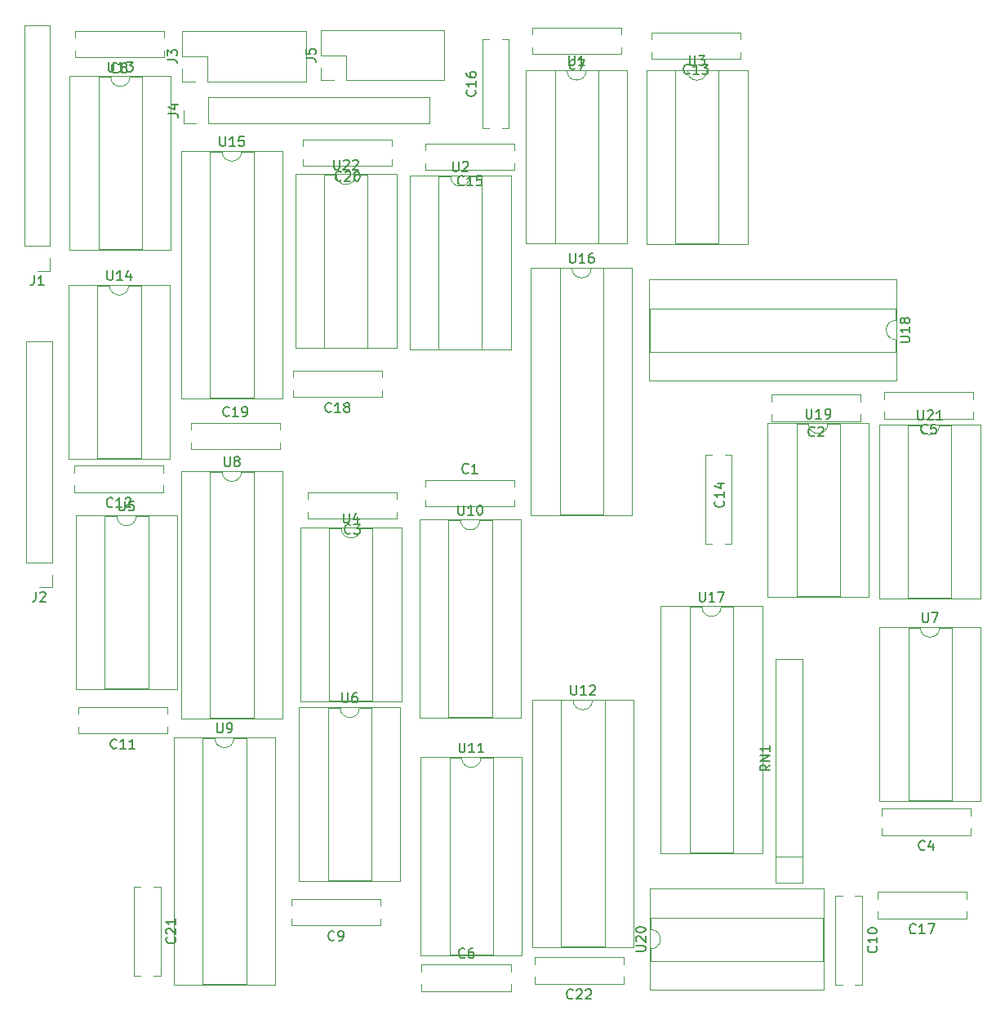
<source format=gbr>
%TF.GenerationSoftware,KiCad,Pcbnew,6.0.2+dfsg-1*%
%TF.CreationDate,2023-02-21T13:38:06-05:00*%
%TF.ProjectId,ALU,414c552e-6b69-4636-9164-5f7063625858,rev?*%
%TF.SameCoordinates,Original*%
%TF.FileFunction,Legend,Top*%
%TF.FilePolarity,Positive*%
%FSLAX46Y46*%
G04 Gerber Fmt 4.6, Leading zero omitted, Abs format (unit mm)*
G04 Created by KiCad (PCBNEW 6.0.2+dfsg-1) date 2023-02-21 13:38:06*
%MOMM*%
%LPD*%
G01*
G04 APERTURE LIST*
%ADD10C,0.150000*%
%ADD11C,0.120000*%
G04 APERTURE END LIST*
D10*
%TO.C,U15*%
X60421904Y-32162380D02*
X60421904Y-32971904D01*
X60469523Y-33067142D01*
X60517142Y-33114761D01*
X60612380Y-33162380D01*
X60802857Y-33162380D01*
X60898095Y-33114761D01*
X60945714Y-33067142D01*
X60993333Y-32971904D01*
X60993333Y-32162380D01*
X61993333Y-33162380D02*
X61421904Y-33162380D01*
X61707619Y-33162380D02*
X61707619Y-32162380D01*
X61612380Y-32305238D01*
X61517142Y-32400476D01*
X61421904Y-32448095D01*
X62898095Y-32162380D02*
X62421904Y-32162380D01*
X62374285Y-32638571D01*
X62421904Y-32590952D01*
X62517142Y-32543333D01*
X62755238Y-32543333D01*
X62850476Y-32590952D01*
X62898095Y-32638571D01*
X62945714Y-32733809D01*
X62945714Y-32971904D01*
X62898095Y-33067142D01*
X62850476Y-33114761D01*
X62755238Y-33162380D01*
X62517142Y-33162380D01*
X62421904Y-33114761D01*
X62374285Y-33067142D01*
%TO.C,U2*%
X84588095Y-34757380D02*
X84588095Y-35566904D01*
X84635714Y-35662142D01*
X84683333Y-35709761D01*
X84778571Y-35757380D01*
X84969047Y-35757380D01*
X85064285Y-35709761D01*
X85111904Y-35662142D01*
X85159523Y-35566904D01*
X85159523Y-34757380D01*
X85588095Y-34852619D02*
X85635714Y-34805000D01*
X85730952Y-34757380D01*
X85969047Y-34757380D01*
X86064285Y-34805000D01*
X86111904Y-34852619D01*
X86159523Y-34947857D01*
X86159523Y-35043095D01*
X86111904Y-35185952D01*
X85540476Y-35757380D01*
X86159523Y-35757380D01*
%TO.C,U17*%
X110161904Y-79362380D02*
X110161904Y-80171904D01*
X110209523Y-80267142D01*
X110257142Y-80314761D01*
X110352380Y-80362380D01*
X110542857Y-80362380D01*
X110638095Y-80314761D01*
X110685714Y-80267142D01*
X110733333Y-80171904D01*
X110733333Y-79362380D01*
X111733333Y-80362380D02*
X111161904Y-80362380D01*
X111447619Y-80362380D02*
X111447619Y-79362380D01*
X111352380Y-79505238D01*
X111257142Y-79600476D01*
X111161904Y-79648095D01*
X112066666Y-79362380D02*
X112733333Y-79362380D01*
X112304761Y-80362380D01*
%TO.C,U6*%
X73128095Y-89842380D02*
X73128095Y-90651904D01*
X73175714Y-90747142D01*
X73223333Y-90794761D01*
X73318571Y-90842380D01*
X73509047Y-90842380D01*
X73604285Y-90794761D01*
X73651904Y-90747142D01*
X73699523Y-90651904D01*
X73699523Y-89842380D01*
X74604285Y-89842380D02*
X74413809Y-89842380D01*
X74318571Y-89890000D01*
X74270952Y-89937619D01*
X74175714Y-90080476D01*
X74128095Y-90270952D01*
X74128095Y-90651904D01*
X74175714Y-90747142D01*
X74223333Y-90794761D01*
X74318571Y-90842380D01*
X74509047Y-90842380D01*
X74604285Y-90794761D01*
X74651904Y-90747142D01*
X74699523Y-90651904D01*
X74699523Y-90413809D01*
X74651904Y-90318571D01*
X74604285Y-90270952D01*
X74509047Y-90223333D01*
X74318571Y-90223333D01*
X74223333Y-90270952D01*
X74175714Y-90318571D01*
X74128095Y-90413809D01*
%TO.C,U7*%
X133298095Y-81527380D02*
X133298095Y-82336904D01*
X133345714Y-82432142D01*
X133393333Y-82479761D01*
X133488571Y-82527380D01*
X133679047Y-82527380D01*
X133774285Y-82479761D01*
X133821904Y-82432142D01*
X133869523Y-82336904D01*
X133869523Y-81527380D01*
X134250476Y-81527380D02*
X134917142Y-81527380D01*
X134488571Y-82527380D01*
%TO.C,C5*%
X133773333Y-62902142D02*
X133725714Y-62949761D01*
X133582857Y-62997380D01*
X133487619Y-62997380D01*
X133344761Y-62949761D01*
X133249523Y-62854523D01*
X133201904Y-62759285D01*
X133154285Y-62568809D01*
X133154285Y-62425952D01*
X133201904Y-62235476D01*
X133249523Y-62140238D01*
X133344761Y-62045000D01*
X133487619Y-61997380D01*
X133582857Y-61997380D01*
X133725714Y-62045000D01*
X133773333Y-62092619D01*
X134678095Y-61997380D02*
X134201904Y-61997380D01*
X134154285Y-62473571D01*
X134201904Y-62425952D01*
X134297142Y-62378333D01*
X134535238Y-62378333D01*
X134630476Y-62425952D01*
X134678095Y-62473571D01*
X134725714Y-62568809D01*
X134725714Y-62806904D01*
X134678095Y-62902142D01*
X134630476Y-62949761D01*
X134535238Y-62997380D01*
X134297142Y-62997380D01*
X134201904Y-62949761D01*
X134154285Y-62902142D01*
%TO.C,U21*%
X132801904Y-60532380D02*
X132801904Y-61341904D01*
X132849523Y-61437142D01*
X132897142Y-61484761D01*
X132992380Y-61532380D01*
X133182857Y-61532380D01*
X133278095Y-61484761D01*
X133325714Y-61437142D01*
X133373333Y-61341904D01*
X133373333Y-60532380D01*
X133801904Y-60627619D02*
X133849523Y-60580000D01*
X133944761Y-60532380D01*
X134182857Y-60532380D01*
X134278095Y-60580000D01*
X134325714Y-60627619D01*
X134373333Y-60722857D01*
X134373333Y-60818095D01*
X134325714Y-60960952D01*
X133754285Y-61532380D01*
X134373333Y-61532380D01*
X135325714Y-61532380D02*
X134754285Y-61532380D01*
X135040000Y-61532380D02*
X135040000Y-60532380D01*
X134944761Y-60675238D01*
X134849523Y-60770476D01*
X134754285Y-60818095D01*
%TO.C,C19*%
X61367142Y-61082142D02*
X61319523Y-61129761D01*
X61176666Y-61177380D01*
X61081428Y-61177380D01*
X60938571Y-61129761D01*
X60843333Y-61034523D01*
X60795714Y-60939285D01*
X60748095Y-60748809D01*
X60748095Y-60605952D01*
X60795714Y-60415476D01*
X60843333Y-60320238D01*
X60938571Y-60225000D01*
X61081428Y-60177380D01*
X61176666Y-60177380D01*
X61319523Y-60225000D01*
X61367142Y-60272619D01*
X62319523Y-61177380D02*
X61748095Y-61177380D01*
X62033809Y-61177380D02*
X62033809Y-60177380D01*
X61938571Y-60320238D01*
X61843333Y-60415476D01*
X61748095Y-60463095D01*
X62795714Y-61177380D02*
X62986190Y-61177380D01*
X63081428Y-61129761D01*
X63129047Y-61082142D01*
X63224285Y-60939285D01*
X63271904Y-60748809D01*
X63271904Y-60367857D01*
X63224285Y-60272619D01*
X63176666Y-60225000D01*
X63081428Y-60177380D01*
X62890952Y-60177380D01*
X62795714Y-60225000D01*
X62748095Y-60272619D01*
X62700476Y-60367857D01*
X62700476Y-60605952D01*
X62748095Y-60701190D01*
X62795714Y-60748809D01*
X62890952Y-60796428D01*
X63081428Y-60796428D01*
X63176666Y-60748809D01*
X63224285Y-60701190D01*
X63271904Y-60605952D01*
%TO.C,C18*%
X71957142Y-60667142D02*
X71909523Y-60714761D01*
X71766666Y-60762380D01*
X71671428Y-60762380D01*
X71528571Y-60714761D01*
X71433333Y-60619523D01*
X71385714Y-60524285D01*
X71338095Y-60333809D01*
X71338095Y-60190952D01*
X71385714Y-60000476D01*
X71433333Y-59905238D01*
X71528571Y-59810000D01*
X71671428Y-59762380D01*
X71766666Y-59762380D01*
X71909523Y-59810000D01*
X71957142Y-59857619D01*
X72909523Y-60762380D02*
X72338095Y-60762380D01*
X72623809Y-60762380D02*
X72623809Y-59762380D01*
X72528571Y-59905238D01*
X72433333Y-60000476D01*
X72338095Y-60048095D01*
X73480952Y-60190952D02*
X73385714Y-60143333D01*
X73338095Y-60095714D01*
X73290476Y-60000476D01*
X73290476Y-59952857D01*
X73338095Y-59857619D01*
X73385714Y-59810000D01*
X73480952Y-59762380D01*
X73671428Y-59762380D01*
X73766666Y-59810000D01*
X73814285Y-59857619D01*
X73861904Y-59952857D01*
X73861904Y-60000476D01*
X73814285Y-60095714D01*
X73766666Y-60143333D01*
X73671428Y-60190952D01*
X73480952Y-60190952D01*
X73385714Y-60238571D01*
X73338095Y-60286190D01*
X73290476Y-60381428D01*
X73290476Y-60571904D01*
X73338095Y-60667142D01*
X73385714Y-60714761D01*
X73480952Y-60762380D01*
X73671428Y-60762380D01*
X73766666Y-60714761D01*
X73814285Y-60667142D01*
X73861904Y-60571904D01*
X73861904Y-60381428D01*
X73814285Y-60286190D01*
X73766666Y-60238571D01*
X73671428Y-60190952D01*
%TO.C,C1*%
X86173333Y-66987142D02*
X86125714Y-67034761D01*
X85982857Y-67082380D01*
X85887619Y-67082380D01*
X85744761Y-67034761D01*
X85649523Y-66939523D01*
X85601904Y-66844285D01*
X85554285Y-66653809D01*
X85554285Y-66510952D01*
X85601904Y-66320476D01*
X85649523Y-66225238D01*
X85744761Y-66130000D01*
X85887619Y-66082380D01*
X85982857Y-66082380D01*
X86125714Y-66130000D01*
X86173333Y-66177619D01*
X87125714Y-67082380D02*
X86554285Y-67082380D01*
X86840000Y-67082380D02*
X86840000Y-66082380D01*
X86744761Y-66225238D01*
X86649523Y-66320476D01*
X86554285Y-66368095D01*
%TO.C,C20*%
X73007142Y-36672142D02*
X72959523Y-36719761D01*
X72816666Y-36767380D01*
X72721428Y-36767380D01*
X72578571Y-36719761D01*
X72483333Y-36624523D01*
X72435714Y-36529285D01*
X72388095Y-36338809D01*
X72388095Y-36195952D01*
X72435714Y-36005476D01*
X72483333Y-35910238D01*
X72578571Y-35815000D01*
X72721428Y-35767380D01*
X72816666Y-35767380D01*
X72959523Y-35815000D01*
X73007142Y-35862619D01*
X73388095Y-35862619D02*
X73435714Y-35815000D01*
X73530952Y-35767380D01*
X73769047Y-35767380D01*
X73864285Y-35815000D01*
X73911904Y-35862619D01*
X73959523Y-35957857D01*
X73959523Y-36053095D01*
X73911904Y-36195952D01*
X73340476Y-36767380D01*
X73959523Y-36767380D01*
X74578571Y-35767380D02*
X74673809Y-35767380D01*
X74769047Y-35815000D01*
X74816666Y-35862619D01*
X74864285Y-35957857D01*
X74911904Y-36148333D01*
X74911904Y-36386428D01*
X74864285Y-36576904D01*
X74816666Y-36672142D01*
X74769047Y-36719761D01*
X74673809Y-36767380D01*
X74578571Y-36767380D01*
X74483333Y-36719761D01*
X74435714Y-36672142D01*
X74388095Y-36576904D01*
X74340476Y-36386428D01*
X74340476Y-36148333D01*
X74388095Y-35957857D01*
X74435714Y-35862619D01*
X74483333Y-35815000D01*
X74578571Y-35767380D01*
%TO.C,C17*%
X132567142Y-114707142D02*
X132519523Y-114754761D01*
X132376666Y-114802380D01*
X132281428Y-114802380D01*
X132138571Y-114754761D01*
X132043333Y-114659523D01*
X131995714Y-114564285D01*
X131948095Y-114373809D01*
X131948095Y-114230952D01*
X131995714Y-114040476D01*
X132043333Y-113945238D01*
X132138571Y-113850000D01*
X132281428Y-113802380D01*
X132376666Y-113802380D01*
X132519523Y-113850000D01*
X132567142Y-113897619D01*
X133519523Y-114802380D02*
X132948095Y-114802380D01*
X133233809Y-114802380D02*
X133233809Y-113802380D01*
X133138571Y-113945238D01*
X133043333Y-114040476D01*
X132948095Y-114088095D01*
X133852857Y-113802380D02*
X134519523Y-113802380D01*
X134090952Y-114802380D01*
%TO.C,C15*%
X85697142Y-37137142D02*
X85649523Y-37184761D01*
X85506666Y-37232380D01*
X85411428Y-37232380D01*
X85268571Y-37184761D01*
X85173333Y-37089523D01*
X85125714Y-36994285D01*
X85078095Y-36803809D01*
X85078095Y-36660952D01*
X85125714Y-36470476D01*
X85173333Y-36375238D01*
X85268571Y-36280000D01*
X85411428Y-36232380D01*
X85506666Y-36232380D01*
X85649523Y-36280000D01*
X85697142Y-36327619D01*
X86649523Y-37232380D02*
X86078095Y-37232380D01*
X86363809Y-37232380D02*
X86363809Y-36232380D01*
X86268571Y-36375238D01*
X86173333Y-36470476D01*
X86078095Y-36518095D01*
X87554285Y-36232380D02*
X87078095Y-36232380D01*
X87030476Y-36708571D01*
X87078095Y-36660952D01*
X87173333Y-36613333D01*
X87411428Y-36613333D01*
X87506666Y-36660952D01*
X87554285Y-36708571D01*
X87601904Y-36803809D01*
X87601904Y-37041904D01*
X87554285Y-37137142D01*
X87506666Y-37184761D01*
X87411428Y-37232380D01*
X87173333Y-37232380D01*
X87078095Y-37184761D01*
X87030476Y-37137142D01*
%TO.C,U16*%
X96691904Y-44267380D02*
X96691904Y-45076904D01*
X96739523Y-45172142D01*
X96787142Y-45219761D01*
X96882380Y-45267380D01*
X97072857Y-45267380D01*
X97168095Y-45219761D01*
X97215714Y-45172142D01*
X97263333Y-45076904D01*
X97263333Y-44267380D01*
X98263333Y-45267380D02*
X97691904Y-45267380D01*
X97977619Y-45267380D02*
X97977619Y-44267380D01*
X97882380Y-44410238D01*
X97787142Y-44505476D01*
X97691904Y-44553095D01*
X99120476Y-44267380D02*
X98930000Y-44267380D01*
X98834761Y-44315000D01*
X98787142Y-44362619D01*
X98691904Y-44505476D01*
X98644285Y-44695952D01*
X98644285Y-45076904D01*
X98691904Y-45172142D01*
X98739523Y-45219761D01*
X98834761Y-45267380D01*
X99025238Y-45267380D01*
X99120476Y-45219761D01*
X99168095Y-45172142D01*
X99215714Y-45076904D01*
X99215714Y-44838809D01*
X99168095Y-44743571D01*
X99120476Y-44695952D01*
X99025238Y-44648333D01*
X98834761Y-44648333D01*
X98739523Y-44695952D01*
X98691904Y-44743571D01*
X98644285Y-44838809D01*
%TO.C,U12*%
X96821904Y-89047380D02*
X96821904Y-89856904D01*
X96869523Y-89952142D01*
X96917142Y-89999761D01*
X97012380Y-90047380D01*
X97202857Y-90047380D01*
X97298095Y-89999761D01*
X97345714Y-89952142D01*
X97393333Y-89856904D01*
X97393333Y-89047380D01*
X98393333Y-90047380D02*
X97821904Y-90047380D01*
X98107619Y-90047380D02*
X98107619Y-89047380D01*
X98012380Y-89190238D01*
X97917142Y-89285476D01*
X97821904Y-89333095D01*
X98774285Y-89142619D02*
X98821904Y-89095000D01*
X98917142Y-89047380D01*
X99155238Y-89047380D01*
X99250476Y-89095000D01*
X99298095Y-89142619D01*
X99345714Y-89237857D01*
X99345714Y-89333095D01*
X99298095Y-89475952D01*
X98726666Y-90047380D01*
X99345714Y-90047380D01*
%TO.C,U9*%
X60128095Y-92972380D02*
X60128095Y-93781904D01*
X60175714Y-93877142D01*
X60223333Y-93924761D01*
X60318571Y-93972380D01*
X60509047Y-93972380D01*
X60604285Y-93924761D01*
X60651904Y-93877142D01*
X60699523Y-93781904D01*
X60699523Y-92972380D01*
X61223333Y-93972380D02*
X61413809Y-93972380D01*
X61509047Y-93924761D01*
X61556666Y-93877142D01*
X61651904Y-93734285D01*
X61699523Y-93543809D01*
X61699523Y-93162857D01*
X61651904Y-93067619D01*
X61604285Y-93020000D01*
X61509047Y-92972380D01*
X61318571Y-92972380D01*
X61223333Y-93020000D01*
X61175714Y-93067619D01*
X61128095Y-93162857D01*
X61128095Y-93400952D01*
X61175714Y-93496190D01*
X61223333Y-93543809D01*
X61318571Y-93591428D01*
X61509047Y-93591428D01*
X61604285Y-93543809D01*
X61651904Y-93496190D01*
X61699523Y-93400952D01*
%TO.C,U8*%
X60898095Y-65362380D02*
X60898095Y-66171904D01*
X60945714Y-66267142D01*
X60993333Y-66314761D01*
X61088571Y-66362380D01*
X61279047Y-66362380D01*
X61374285Y-66314761D01*
X61421904Y-66267142D01*
X61469523Y-66171904D01*
X61469523Y-65362380D01*
X62088571Y-65790952D02*
X61993333Y-65743333D01*
X61945714Y-65695714D01*
X61898095Y-65600476D01*
X61898095Y-65552857D01*
X61945714Y-65457619D01*
X61993333Y-65410000D01*
X62088571Y-65362380D01*
X62279047Y-65362380D01*
X62374285Y-65410000D01*
X62421904Y-65457619D01*
X62469523Y-65552857D01*
X62469523Y-65600476D01*
X62421904Y-65695714D01*
X62374285Y-65743333D01*
X62279047Y-65790952D01*
X62088571Y-65790952D01*
X61993333Y-65838571D01*
X61945714Y-65886190D01*
X61898095Y-65981428D01*
X61898095Y-66171904D01*
X61945714Y-66267142D01*
X61993333Y-66314761D01*
X62088571Y-66362380D01*
X62279047Y-66362380D01*
X62374285Y-66314761D01*
X62421904Y-66267142D01*
X62469523Y-66171904D01*
X62469523Y-65981428D01*
X62421904Y-65886190D01*
X62374285Y-65838571D01*
X62279047Y-65790952D01*
%TO.C,C22*%
X97017142Y-121477142D02*
X96969523Y-121524761D01*
X96826666Y-121572380D01*
X96731428Y-121572380D01*
X96588571Y-121524761D01*
X96493333Y-121429523D01*
X96445714Y-121334285D01*
X96398095Y-121143809D01*
X96398095Y-121000952D01*
X96445714Y-120810476D01*
X96493333Y-120715238D01*
X96588571Y-120620000D01*
X96731428Y-120572380D01*
X96826666Y-120572380D01*
X96969523Y-120620000D01*
X97017142Y-120667619D01*
X97398095Y-120667619D02*
X97445714Y-120620000D01*
X97540952Y-120572380D01*
X97779047Y-120572380D01*
X97874285Y-120620000D01*
X97921904Y-120667619D01*
X97969523Y-120762857D01*
X97969523Y-120858095D01*
X97921904Y-121000952D01*
X97350476Y-121572380D01*
X97969523Y-121572380D01*
X98350476Y-120667619D02*
X98398095Y-120620000D01*
X98493333Y-120572380D01*
X98731428Y-120572380D01*
X98826666Y-120620000D01*
X98874285Y-120667619D01*
X98921904Y-120762857D01*
X98921904Y-120858095D01*
X98874285Y-121000952D01*
X98302857Y-121572380D01*
X98921904Y-121572380D01*
%TO.C,J4*%
X55092380Y-29773333D02*
X55806666Y-29773333D01*
X55949523Y-29820952D01*
X56044761Y-29916190D01*
X56092380Y-30059047D01*
X56092380Y-30154285D01*
X55425714Y-28868571D02*
X56092380Y-28868571D01*
X55044761Y-29106666D02*
X55759047Y-29344761D01*
X55759047Y-28725714D01*
%TO.C,U22*%
X72251904Y-34582380D02*
X72251904Y-35391904D01*
X72299523Y-35487142D01*
X72347142Y-35534761D01*
X72442380Y-35582380D01*
X72632857Y-35582380D01*
X72728095Y-35534761D01*
X72775714Y-35487142D01*
X72823333Y-35391904D01*
X72823333Y-34582380D01*
X73251904Y-34677619D02*
X73299523Y-34630000D01*
X73394761Y-34582380D01*
X73632857Y-34582380D01*
X73728095Y-34630000D01*
X73775714Y-34677619D01*
X73823333Y-34772857D01*
X73823333Y-34868095D01*
X73775714Y-35010952D01*
X73204285Y-35582380D01*
X73823333Y-35582380D01*
X74204285Y-34677619D02*
X74251904Y-34630000D01*
X74347142Y-34582380D01*
X74585238Y-34582380D01*
X74680476Y-34630000D01*
X74728095Y-34677619D01*
X74775714Y-34772857D01*
X74775714Y-34868095D01*
X74728095Y-35010952D01*
X74156666Y-35582380D01*
X74775714Y-35582380D01*
%TO.C,C10*%
X128477142Y-116122857D02*
X128524761Y-116170476D01*
X128572380Y-116313333D01*
X128572380Y-116408571D01*
X128524761Y-116551428D01*
X128429523Y-116646666D01*
X128334285Y-116694285D01*
X128143809Y-116741904D01*
X128000952Y-116741904D01*
X127810476Y-116694285D01*
X127715238Y-116646666D01*
X127620000Y-116551428D01*
X127572380Y-116408571D01*
X127572380Y-116313333D01*
X127620000Y-116170476D01*
X127667619Y-116122857D01*
X128572380Y-115170476D02*
X128572380Y-115741904D01*
X128572380Y-115456190D02*
X127572380Y-115456190D01*
X127715238Y-115551428D01*
X127810476Y-115646666D01*
X127858095Y-115741904D01*
X127572380Y-114551428D02*
X127572380Y-114456190D01*
X127620000Y-114360952D01*
X127667619Y-114313333D01*
X127762857Y-114265714D01*
X127953333Y-114218095D01*
X128191428Y-114218095D01*
X128381904Y-114265714D01*
X128477142Y-114313333D01*
X128524761Y-114360952D01*
X128572380Y-114456190D01*
X128572380Y-114551428D01*
X128524761Y-114646666D01*
X128477142Y-114694285D01*
X128381904Y-114741904D01*
X128191428Y-114789523D01*
X127953333Y-114789523D01*
X127762857Y-114741904D01*
X127667619Y-114694285D01*
X127620000Y-114646666D01*
X127572380Y-114551428D01*
%TO.C,C3*%
X73963333Y-73267142D02*
X73915714Y-73314761D01*
X73772857Y-73362380D01*
X73677619Y-73362380D01*
X73534761Y-73314761D01*
X73439523Y-73219523D01*
X73391904Y-73124285D01*
X73344285Y-72933809D01*
X73344285Y-72790952D01*
X73391904Y-72600476D01*
X73439523Y-72505238D01*
X73534761Y-72410000D01*
X73677619Y-72362380D01*
X73772857Y-72362380D01*
X73915714Y-72410000D01*
X73963333Y-72457619D01*
X74296666Y-72362380D02*
X74915714Y-72362380D01*
X74582380Y-72743333D01*
X74725238Y-72743333D01*
X74820476Y-72790952D01*
X74868095Y-72838571D01*
X74915714Y-72933809D01*
X74915714Y-73171904D01*
X74868095Y-73267142D01*
X74820476Y-73314761D01*
X74725238Y-73362380D01*
X74439523Y-73362380D01*
X74344285Y-73314761D01*
X74296666Y-73267142D01*
%TO.C,U10*%
X85141904Y-70392380D02*
X85141904Y-71201904D01*
X85189523Y-71297142D01*
X85237142Y-71344761D01*
X85332380Y-71392380D01*
X85522857Y-71392380D01*
X85618095Y-71344761D01*
X85665714Y-71297142D01*
X85713333Y-71201904D01*
X85713333Y-70392380D01*
X86713333Y-71392380D02*
X86141904Y-71392380D01*
X86427619Y-71392380D02*
X86427619Y-70392380D01*
X86332380Y-70535238D01*
X86237142Y-70630476D01*
X86141904Y-70678095D01*
X87332380Y-70392380D02*
X87427619Y-70392380D01*
X87522857Y-70440000D01*
X87570476Y-70487619D01*
X87618095Y-70582857D01*
X87665714Y-70773333D01*
X87665714Y-71011428D01*
X87618095Y-71201904D01*
X87570476Y-71297142D01*
X87522857Y-71344761D01*
X87427619Y-71392380D01*
X87332380Y-71392380D01*
X87237142Y-71344761D01*
X87189523Y-71297142D01*
X87141904Y-71201904D01*
X87094285Y-71011428D01*
X87094285Y-70773333D01*
X87141904Y-70582857D01*
X87189523Y-70487619D01*
X87237142Y-70440000D01*
X87332380Y-70392380D01*
%TO.C,C2*%
X122073333Y-63152142D02*
X122025714Y-63199761D01*
X121882857Y-63247380D01*
X121787619Y-63247380D01*
X121644761Y-63199761D01*
X121549523Y-63104523D01*
X121501904Y-63009285D01*
X121454285Y-62818809D01*
X121454285Y-62675952D01*
X121501904Y-62485476D01*
X121549523Y-62390238D01*
X121644761Y-62295000D01*
X121787619Y-62247380D01*
X121882857Y-62247380D01*
X122025714Y-62295000D01*
X122073333Y-62342619D01*
X122454285Y-62342619D02*
X122501904Y-62295000D01*
X122597142Y-62247380D01*
X122835238Y-62247380D01*
X122930476Y-62295000D01*
X122978095Y-62342619D01*
X123025714Y-62437857D01*
X123025714Y-62533095D01*
X122978095Y-62675952D01*
X122406666Y-63247380D01*
X123025714Y-63247380D01*
%TO.C,U11*%
X85241904Y-95012380D02*
X85241904Y-95821904D01*
X85289523Y-95917142D01*
X85337142Y-95964761D01*
X85432380Y-96012380D01*
X85622857Y-96012380D01*
X85718095Y-95964761D01*
X85765714Y-95917142D01*
X85813333Y-95821904D01*
X85813333Y-95012380D01*
X86813333Y-96012380D02*
X86241904Y-96012380D01*
X86527619Y-96012380D02*
X86527619Y-95012380D01*
X86432380Y-95155238D01*
X86337142Y-95250476D01*
X86241904Y-95298095D01*
X87765714Y-96012380D02*
X87194285Y-96012380D01*
X87480000Y-96012380D02*
X87480000Y-95012380D01*
X87384761Y-95155238D01*
X87289523Y-95250476D01*
X87194285Y-95298095D01*
%TO.C,C21*%
X55737142Y-115192857D02*
X55784761Y-115240476D01*
X55832380Y-115383333D01*
X55832380Y-115478571D01*
X55784761Y-115621428D01*
X55689523Y-115716666D01*
X55594285Y-115764285D01*
X55403809Y-115811904D01*
X55260952Y-115811904D01*
X55070476Y-115764285D01*
X54975238Y-115716666D01*
X54880000Y-115621428D01*
X54832380Y-115478571D01*
X54832380Y-115383333D01*
X54880000Y-115240476D01*
X54927619Y-115192857D01*
X54927619Y-114811904D02*
X54880000Y-114764285D01*
X54832380Y-114669047D01*
X54832380Y-114430952D01*
X54880000Y-114335714D01*
X54927619Y-114288095D01*
X55022857Y-114240476D01*
X55118095Y-114240476D01*
X55260952Y-114288095D01*
X55832380Y-114859523D01*
X55832380Y-114240476D01*
X55832380Y-113288095D02*
X55832380Y-113859523D01*
X55832380Y-113573809D02*
X54832380Y-113573809D01*
X54975238Y-113669047D01*
X55070476Y-113764285D01*
X55118095Y-113859523D01*
%TO.C,C16*%
X86867142Y-27352857D02*
X86914761Y-27400476D01*
X86962380Y-27543333D01*
X86962380Y-27638571D01*
X86914761Y-27781428D01*
X86819523Y-27876666D01*
X86724285Y-27924285D01*
X86533809Y-27971904D01*
X86390952Y-27971904D01*
X86200476Y-27924285D01*
X86105238Y-27876666D01*
X86010000Y-27781428D01*
X85962380Y-27638571D01*
X85962380Y-27543333D01*
X86010000Y-27400476D01*
X86057619Y-27352857D01*
X86962380Y-26400476D02*
X86962380Y-26971904D01*
X86962380Y-26686190D02*
X85962380Y-26686190D01*
X86105238Y-26781428D01*
X86200476Y-26876666D01*
X86248095Y-26971904D01*
X85962380Y-25543333D02*
X85962380Y-25733809D01*
X86010000Y-25829047D01*
X86057619Y-25876666D01*
X86200476Y-25971904D01*
X86390952Y-26019523D01*
X86771904Y-26019523D01*
X86867142Y-25971904D01*
X86914761Y-25924285D01*
X86962380Y-25829047D01*
X86962380Y-25638571D01*
X86914761Y-25543333D01*
X86867142Y-25495714D01*
X86771904Y-25448095D01*
X86533809Y-25448095D01*
X86438571Y-25495714D01*
X86390952Y-25543333D01*
X86343333Y-25638571D01*
X86343333Y-25829047D01*
X86390952Y-25924285D01*
X86438571Y-25971904D01*
X86533809Y-26019523D01*
%TO.C,U18*%
X130967380Y-53458095D02*
X131776904Y-53458095D01*
X131872142Y-53410476D01*
X131919761Y-53362857D01*
X131967380Y-53267619D01*
X131967380Y-53077142D01*
X131919761Y-52981904D01*
X131872142Y-52934285D01*
X131776904Y-52886666D01*
X130967380Y-52886666D01*
X131967380Y-51886666D02*
X131967380Y-52458095D01*
X131967380Y-52172380D02*
X130967380Y-52172380D01*
X131110238Y-52267619D01*
X131205476Y-52362857D01*
X131253095Y-52458095D01*
X131395952Y-51315238D02*
X131348333Y-51410476D01*
X131300714Y-51458095D01*
X131205476Y-51505714D01*
X131157857Y-51505714D01*
X131062619Y-51458095D01*
X131015000Y-51410476D01*
X130967380Y-51315238D01*
X130967380Y-51124761D01*
X131015000Y-51029523D01*
X131062619Y-50981904D01*
X131157857Y-50934285D01*
X131205476Y-50934285D01*
X131300714Y-50981904D01*
X131348333Y-51029523D01*
X131395952Y-51124761D01*
X131395952Y-51315238D01*
X131443571Y-51410476D01*
X131491190Y-51458095D01*
X131586428Y-51505714D01*
X131776904Y-51505714D01*
X131872142Y-51458095D01*
X131919761Y-51410476D01*
X131967380Y-51315238D01*
X131967380Y-51124761D01*
X131919761Y-51029523D01*
X131872142Y-50981904D01*
X131776904Y-50934285D01*
X131586428Y-50934285D01*
X131491190Y-50981904D01*
X131443571Y-51029523D01*
X131395952Y-51124761D01*
%TO.C,J5*%
X69342380Y-24053333D02*
X70056666Y-24053333D01*
X70199523Y-24100952D01*
X70294761Y-24196190D01*
X70342380Y-24339047D01*
X70342380Y-24434285D01*
X69342380Y-23100952D02*
X69342380Y-23577142D01*
X69818571Y-23624761D01*
X69770952Y-23577142D01*
X69723333Y-23481904D01*
X69723333Y-23243809D01*
X69770952Y-23148571D01*
X69818571Y-23100952D01*
X69913809Y-23053333D01*
X70151904Y-23053333D01*
X70247142Y-23100952D01*
X70294761Y-23148571D01*
X70342380Y-23243809D01*
X70342380Y-23481904D01*
X70294761Y-23577142D01*
X70247142Y-23624761D01*
%TO.C,U3*%
X109128095Y-23777380D02*
X109128095Y-24586904D01*
X109175714Y-24682142D01*
X109223333Y-24729761D01*
X109318571Y-24777380D01*
X109509047Y-24777380D01*
X109604285Y-24729761D01*
X109651904Y-24682142D01*
X109699523Y-24586904D01*
X109699523Y-23777380D01*
X110080476Y-23777380D02*
X110699523Y-23777380D01*
X110366190Y-24158333D01*
X110509047Y-24158333D01*
X110604285Y-24205952D01*
X110651904Y-24253571D01*
X110699523Y-24348809D01*
X110699523Y-24586904D01*
X110651904Y-24682142D01*
X110604285Y-24729761D01*
X110509047Y-24777380D01*
X110223333Y-24777380D01*
X110128095Y-24729761D01*
X110080476Y-24682142D01*
%TO.C,C12*%
X49287142Y-70512142D02*
X49239523Y-70559761D01*
X49096666Y-70607380D01*
X49001428Y-70607380D01*
X48858571Y-70559761D01*
X48763333Y-70464523D01*
X48715714Y-70369285D01*
X48668095Y-70178809D01*
X48668095Y-70035952D01*
X48715714Y-69845476D01*
X48763333Y-69750238D01*
X48858571Y-69655000D01*
X49001428Y-69607380D01*
X49096666Y-69607380D01*
X49239523Y-69655000D01*
X49287142Y-69702619D01*
X50239523Y-70607380D02*
X49668095Y-70607380D01*
X49953809Y-70607380D02*
X49953809Y-69607380D01*
X49858571Y-69750238D01*
X49763333Y-69845476D01*
X49668095Y-69893095D01*
X50620476Y-69702619D02*
X50668095Y-69655000D01*
X50763333Y-69607380D01*
X51001428Y-69607380D01*
X51096666Y-69655000D01*
X51144285Y-69702619D01*
X51191904Y-69797857D01*
X51191904Y-69893095D01*
X51144285Y-70035952D01*
X50572857Y-70607380D01*
X51191904Y-70607380D01*
%TO.C,J2*%
X41341666Y-79362380D02*
X41341666Y-80076666D01*
X41294047Y-80219523D01*
X41198809Y-80314761D01*
X41055952Y-80362380D01*
X40960714Y-80362380D01*
X41770238Y-79457619D02*
X41817857Y-79410000D01*
X41913095Y-79362380D01*
X42151190Y-79362380D01*
X42246428Y-79410000D01*
X42294047Y-79457619D01*
X42341666Y-79552857D01*
X42341666Y-79648095D01*
X42294047Y-79790952D01*
X41722619Y-80362380D01*
X42341666Y-80362380D01*
%TO.C,U1*%
X96643595Y-23761880D02*
X96643595Y-24571404D01*
X96691214Y-24666642D01*
X96738833Y-24714261D01*
X96834071Y-24761880D01*
X97024547Y-24761880D01*
X97119785Y-24714261D01*
X97167404Y-24666642D01*
X97215023Y-24571404D01*
X97215023Y-23761880D01*
X98215023Y-24761880D02*
X97643595Y-24761880D01*
X97929309Y-24761880D02*
X97929309Y-23761880D01*
X97834071Y-23904738D01*
X97738833Y-23999976D01*
X97643595Y-24047595D01*
%TO.C,U13*%
X48851904Y-24412380D02*
X48851904Y-25221904D01*
X48899523Y-25317142D01*
X48947142Y-25364761D01*
X49042380Y-25412380D01*
X49232857Y-25412380D01*
X49328095Y-25364761D01*
X49375714Y-25317142D01*
X49423333Y-25221904D01*
X49423333Y-24412380D01*
X50423333Y-25412380D02*
X49851904Y-25412380D01*
X50137619Y-25412380D02*
X50137619Y-24412380D01*
X50042380Y-24555238D01*
X49947142Y-24650476D01*
X49851904Y-24698095D01*
X50756666Y-24412380D02*
X51375714Y-24412380D01*
X51042380Y-24793333D01*
X51185238Y-24793333D01*
X51280476Y-24840952D01*
X51328095Y-24888571D01*
X51375714Y-24983809D01*
X51375714Y-25221904D01*
X51328095Y-25317142D01*
X51280476Y-25364761D01*
X51185238Y-25412380D01*
X50899523Y-25412380D01*
X50804285Y-25364761D01*
X50756666Y-25317142D01*
%TO.C,U20*%
X103547380Y-116628095D02*
X104356904Y-116628095D01*
X104452142Y-116580476D01*
X104499761Y-116532857D01*
X104547380Y-116437619D01*
X104547380Y-116247142D01*
X104499761Y-116151904D01*
X104452142Y-116104285D01*
X104356904Y-116056666D01*
X103547380Y-116056666D01*
X103642619Y-115628095D02*
X103595000Y-115580476D01*
X103547380Y-115485238D01*
X103547380Y-115247142D01*
X103595000Y-115151904D01*
X103642619Y-115104285D01*
X103737857Y-115056666D01*
X103833095Y-115056666D01*
X103975952Y-115104285D01*
X104547380Y-115675714D01*
X104547380Y-115056666D01*
X103547380Y-114437619D02*
X103547380Y-114342380D01*
X103595000Y-114247142D01*
X103642619Y-114199523D01*
X103737857Y-114151904D01*
X103928333Y-114104285D01*
X104166428Y-114104285D01*
X104356904Y-114151904D01*
X104452142Y-114199523D01*
X104499761Y-114247142D01*
X104547380Y-114342380D01*
X104547380Y-114437619D01*
X104499761Y-114532857D01*
X104452142Y-114580476D01*
X104356904Y-114628095D01*
X104166428Y-114675714D01*
X103928333Y-114675714D01*
X103737857Y-114628095D01*
X103642619Y-114580476D01*
X103595000Y-114532857D01*
X103547380Y-114437619D01*
%TO.C,C11*%
X49697142Y-95527142D02*
X49649523Y-95574761D01*
X49506666Y-95622380D01*
X49411428Y-95622380D01*
X49268571Y-95574761D01*
X49173333Y-95479523D01*
X49125714Y-95384285D01*
X49078095Y-95193809D01*
X49078095Y-95050952D01*
X49125714Y-94860476D01*
X49173333Y-94765238D01*
X49268571Y-94670000D01*
X49411428Y-94622380D01*
X49506666Y-94622380D01*
X49649523Y-94670000D01*
X49697142Y-94717619D01*
X50649523Y-95622380D02*
X50078095Y-95622380D01*
X50363809Y-95622380D02*
X50363809Y-94622380D01*
X50268571Y-94765238D01*
X50173333Y-94860476D01*
X50078095Y-94908095D01*
X51601904Y-95622380D02*
X51030476Y-95622380D01*
X51316190Y-95622380D02*
X51316190Y-94622380D01*
X51220952Y-94765238D01*
X51125714Y-94860476D01*
X51030476Y-94908095D01*
%TO.C,C9*%
X72283333Y-115442142D02*
X72235714Y-115489761D01*
X72092857Y-115537380D01*
X71997619Y-115537380D01*
X71854761Y-115489761D01*
X71759523Y-115394523D01*
X71711904Y-115299285D01*
X71664285Y-115108809D01*
X71664285Y-114965952D01*
X71711904Y-114775476D01*
X71759523Y-114680238D01*
X71854761Y-114585000D01*
X71997619Y-114537380D01*
X72092857Y-114537380D01*
X72235714Y-114585000D01*
X72283333Y-114632619D01*
X72759523Y-115537380D02*
X72950000Y-115537380D01*
X73045238Y-115489761D01*
X73092857Y-115442142D01*
X73188095Y-115299285D01*
X73235714Y-115108809D01*
X73235714Y-114727857D01*
X73188095Y-114632619D01*
X73140476Y-114585000D01*
X73045238Y-114537380D01*
X72854761Y-114537380D01*
X72759523Y-114585000D01*
X72711904Y-114632619D01*
X72664285Y-114727857D01*
X72664285Y-114965952D01*
X72711904Y-115061190D01*
X72759523Y-115108809D01*
X72854761Y-115156428D01*
X73045238Y-115156428D01*
X73140476Y-115108809D01*
X73188095Y-115061190D01*
X73235714Y-114965952D01*
%TO.C,C13*%
X109127142Y-25587142D02*
X109079523Y-25634761D01*
X108936666Y-25682380D01*
X108841428Y-25682380D01*
X108698571Y-25634761D01*
X108603333Y-25539523D01*
X108555714Y-25444285D01*
X108508095Y-25253809D01*
X108508095Y-25110952D01*
X108555714Y-24920476D01*
X108603333Y-24825238D01*
X108698571Y-24730000D01*
X108841428Y-24682380D01*
X108936666Y-24682380D01*
X109079523Y-24730000D01*
X109127142Y-24777619D01*
X110079523Y-25682380D02*
X109508095Y-25682380D01*
X109793809Y-25682380D02*
X109793809Y-24682380D01*
X109698571Y-24825238D01*
X109603333Y-24920476D01*
X109508095Y-24968095D01*
X110412857Y-24682380D02*
X111031904Y-24682380D01*
X110698571Y-25063333D01*
X110841428Y-25063333D01*
X110936666Y-25110952D01*
X110984285Y-25158571D01*
X111031904Y-25253809D01*
X111031904Y-25491904D01*
X110984285Y-25587142D01*
X110936666Y-25634761D01*
X110841428Y-25682380D01*
X110555714Y-25682380D01*
X110460476Y-25634761D01*
X110412857Y-25587142D01*
%TO.C,C8*%
X49823333Y-25452142D02*
X49775714Y-25499761D01*
X49632857Y-25547380D01*
X49537619Y-25547380D01*
X49394761Y-25499761D01*
X49299523Y-25404523D01*
X49251904Y-25309285D01*
X49204285Y-25118809D01*
X49204285Y-24975952D01*
X49251904Y-24785476D01*
X49299523Y-24690238D01*
X49394761Y-24595000D01*
X49537619Y-24547380D01*
X49632857Y-24547380D01*
X49775714Y-24595000D01*
X49823333Y-24642619D01*
X50394761Y-24975952D02*
X50299523Y-24928333D01*
X50251904Y-24880714D01*
X50204285Y-24785476D01*
X50204285Y-24737857D01*
X50251904Y-24642619D01*
X50299523Y-24595000D01*
X50394761Y-24547380D01*
X50585238Y-24547380D01*
X50680476Y-24595000D01*
X50728095Y-24642619D01*
X50775714Y-24737857D01*
X50775714Y-24785476D01*
X50728095Y-24880714D01*
X50680476Y-24928333D01*
X50585238Y-24975952D01*
X50394761Y-24975952D01*
X50299523Y-25023571D01*
X50251904Y-25071190D01*
X50204285Y-25166428D01*
X50204285Y-25356904D01*
X50251904Y-25452142D01*
X50299523Y-25499761D01*
X50394761Y-25547380D01*
X50585238Y-25547380D01*
X50680476Y-25499761D01*
X50728095Y-25452142D01*
X50775714Y-25356904D01*
X50775714Y-25166428D01*
X50728095Y-25071190D01*
X50680476Y-25023571D01*
X50585238Y-24975952D01*
%TO.C,C14*%
X112627142Y-69952857D02*
X112674761Y-70000476D01*
X112722380Y-70143333D01*
X112722380Y-70238571D01*
X112674761Y-70381428D01*
X112579523Y-70476666D01*
X112484285Y-70524285D01*
X112293809Y-70571904D01*
X112150952Y-70571904D01*
X111960476Y-70524285D01*
X111865238Y-70476666D01*
X111770000Y-70381428D01*
X111722380Y-70238571D01*
X111722380Y-70143333D01*
X111770000Y-70000476D01*
X111817619Y-69952857D01*
X112722380Y-69000476D02*
X112722380Y-69571904D01*
X112722380Y-69286190D02*
X111722380Y-69286190D01*
X111865238Y-69381428D01*
X111960476Y-69476666D01*
X112008095Y-69571904D01*
X112055714Y-68143333D02*
X112722380Y-68143333D01*
X111674761Y-68381428D02*
X112389047Y-68619523D01*
X112389047Y-68000476D01*
%TO.C,U5*%
X49968095Y-69957380D02*
X49968095Y-70766904D01*
X50015714Y-70862142D01*
X50063333Y-70909761D01*
X50158571Y-70957380D01*
X50349047Y-70957380D01*
X50444285Y-70909761D01*
X50491904Y-70862142D01*
X50539523Y-70766904D01*
X50539523Y-69957380D01*
X51491904Y-69957380D02*
X51015714Y-69957380D01*
X50968095Y-70433571D01*
X51015714Y-70385952D01*
X51110952Y-70338333D01*
X51349047Y-70338333D01*
X51444285Y-70385952D01*
X51491904Y-70433571D01*
X51539523Y-70528809D01*
X51539523Y-70766904D01*
X51491904Y-70862142D01*
X51444285Y-70909761D01*
X51349047Y-70957380D01*
X51110952Y-70957380D01*
X51015714Y-70909761D01*
X50968095Y-70862142D01*
%TO.C,J1*%
X41151666Y-46562380D02*
X41151666Y-47276666D01*
X41104047Y-47419523D01*
X41008809Y-47514761D01*
X40865952Y-47562380D01*
X40770714Y-47562380D01*
X42151666Y-47562380D02*
X41580238Y-47562380D01*
X41865952Y-47562380D02*
X41865952Y-46562380D01*
X41770714Y-46705238D01*
X41675476Y-46800476D01*
X41580238Y-46848095D01*
%TO.C,C4*%
X133513333Y-106067142D02*
X133465714Y-106114761D01*
X133322857Y-106162380D01*
X133227619Y-106162380D01*
X133084761Y-106114761D01*
X132989523Y-106019523D01*
X132941904Y-105924285D01*
X132894285Y-105733809D01*
X132894285Y-105590952D01*
X132941904Y-105400476D01*
X132989523Y-105305238D01*
X133084761Y-105210000D01*
X133227619Y-105162380D01*
X133322857Y-105162380D01*
X133465714Y-105210000D01*
X133513333Y-105257619D01*
X134370476Y-105495714D02*
X134370476Y-106162380D01*
X134132380Y-105114761D02*
X133894285Y-105829047D01*
X134513333Y-105829047D01*
%TO.C,U14*%
X48731904Y-46047380D02*
X48731904Y-46856904D01*
X48779523Y-46952142D01*
X48827142Y-46999761D01*
X48922380Y-47047380D01*
X49112857Y-47047380D01*
X49208095Y-46999761D01*
X49255714Y-46952142D01*
X49303333Y-46856904D01*
X49303333Y-46047380D01*
X50303333Y-47047380D02*
X49731904Y-47047380D01*
X50017619Y-47047380D02*
X50017619Y-46047380D01*
X49922380Y-46190238D01*
X49827142Y-46285476D01*
X49731904Y-46333095D01*
X51160476Y-46380714D02*
X51160476Y-47047380D01*
X50922380Y-45999761D02*
X50684285Y-46714047D01*
X51303333Y-46714047D01*
%TO.C,C7*%
X97248833Y-25101642D02*
X97201214Y-25149261D01*
X97058357Y-25196880D01*
X96963119Y-25196880D01*
X96820261Y-25149261D01*
X96725023Y-25054023D01*
X96677404Y-24958785D01*
X96629785Y-24768309D01*
X96629785Y-24625452D01*
X96677404Y-24434976D01*
X96725023Y-24339738D01*
X96820261Y-24244500D01*
X96963119Y-24196880D01*
X97058357Y-24196880D01*
X97201214Y-24244500D01*
X97248833Y-24292119D01*
X97582166Y-24196880D02*
X98248833Y-24196880D01*
X97820261Y-25196880D01*
%TO.C,C6*%
X85793333Y-117237142D02*
X85745714Y-117284761D01*
X85602857Y-117332380D01*
X85507619Y-117332380D01*
X85364761Y-117284761D01*
X85269523Y-117189523D01*
X85221904Y-117094285D01*
X85174285Y-116903809D01*
X85174285Y-116760952D01*
X85221904Y-116570476D01*
X85269523Y-116475238D01*
X85364761Y-116380000D01*
X85507619Y-116332380D01*
X85602857Y-116332380D01*
X85745714Y-116380000D01*
X85793333Y-116427619D01*
X86650476Y-116332380D02*
X86460000Y-116332380D01*
X86364761Y-116380000D01*
X86317142Y-116427619D01*
X86221904Y-116570476D01*
X86174285Y-116760952D01*
X86174285Y-117141904D01*
X86221904Y-117237142D01*
X86269523Y-117284761D01*
X86364761Y-117332380D01*
X86555238Y-117332380D01*
X86650476Y-117284761D01*
X86698095Y-117237142D01*
X86745714Y-117141904D01*
X86745714Y-116903809D01*
X86698095Y-116808571D01*
X86650476Y-116760952D01*
X86555238Y-116713333D01*
X86364761Y-116713333D01*
X86269523Y-116760952D01*
X86221904Y-116808571D01*
X86174285Y-116903809D01*
%TO.C,U4*%
X73248095Y-71227380D02*
X73248095Y-72036904D01*
X73295714Y-72132142D01*
X73343333Y-72179761D01*
X73438571Y-72227380D01*
X73629047Y-72227380D01*
X73724285Y-72179761D01*
X73771904Y-72132142D01*
X73819523Y-72036904D01*
X73819523Y-71227380D01*
X74724285Y-71560714D02*
X74724285Y-72227380D01*
X74486190Y-71179761D02*
X74248095Y-71894047D01*
X74867142Y-71894047D01*
%TO.C,RN1*%
X117472380Y-97315476D02*
X116996190Y-97648809D01*
X117472380Y-97886904D02*
X116472380Y-97886904D01*
X116472380Y-97505952D01*
X116520000Y-97410714D01*
X116567619Y-97363095D01*
X116662857Y-97315476D01*
X116805714Y-97315476D01*
X116900952Y-97363095D01*
X116948571Y-97410714D01*
X116996190Y-97505952D01*
X116996190Y-97886904D01*
X117472380Y-96886904D02*
X116472380Y-96886904D01*
X117472380Y-96315476D01*
X116472380Y-96315476D01*
X117472380Y-95315476D02*
X117472380Y-95886904D01*
X117472380Y-95601190D02*
X116472380Y-95601190D01*
X116615238Y-95696428D01*
X116710476Y-95791666D01*
X116758095Y-95886904D01*
%TO.C,J3*%
X54972380Y-24183333D02*
X55686666Y-24183333D01*
X55829523Y-24230952D01*
X55924761Y-24326190D01*
X55972380Y-24469047D01*
X55972380Y-24564285D01*
X54972380Y-23802380D02*
X54972380Y-23183333D01*
X55353333Y-23516666D01*
X55353333Y-23373809D01*
X55400952Y-23278571D01*
X55448571Y-23230952D01*
X55543809Y-23183333D01*
X55781904Y-23183333D01*
X55877142Y-23230952D01*
X55924761Y-23278571D01*
X55972380Y-23373809D01*
X55972380Y-23659523D01*
X55924761Y-23754761D01*
X55877142Y-23802380D01*
%TO.C,U19*%
X121221904Y-60402380D02*
X121221904Y-61211904D01*
X121269523Y-61307142D01*
X121317142Y-61354761D01*
X121412380Y-61402380D01*
X121602857Y-61402380D01*
X121698095Y-61354761D01*
X121745714Y-61307142D01*
X121793333Y-61211904D01*
X121793333Y-60402380D01*
X122793333Y-61402380D02*
X122221904Y-61402380D01*
X122507619Y-61402380D02*
X122507619Y-60402380D01*
X122412380Y-60545238D01*
X122317142Y-60640476D01*
X122221904Y-60688095D01*
X123269523Y-61402380D02*
X123460000Y-61402380D01*
X123555238Y-61354761D01*
X123602857Y-61307142D01*
X123698095Y-61164285D01*
X123745714Y-60973809D01*
X123745714Y-60592857D01*
X123698095Y-60497619D01*
X123650476Y-60450000D01*
X123555238Y-60402380D01*
X123364761Y-60402380D01*
X123269523Y-60450000D01*
X123221904Y-60497619D01*
X123174285Y-60592857D01*
X123174285Y-60830952D01*
X123221904Y-60926190D01*
X123269523Y-60973809D01*
X123364761Y-61021428D01*
X123555238Y-61021428D01*
X123650476Y-60973809D01*
X123698095Y-60926190D01*
X123745714Y-60830952D01*
D11*
%TO.C,U15*%
X60660000Y-33710000D02*
X59410000Y-33710000D01*
X56410000Y-33650000D02*
X56410000Y-59290000D01*
X66910000Y-33650000D02*
X56410000Y-33650000D01*
X56410000Y-59290000D02*
X66910000Y-59290000D01*
X63910000Y-33710000D02*
X62660000Y-33710000D01*
X59410000Y-33710000D02*
X59410000Y-59230000D01*
X59410000Y-59230000D02*
X63910000Y-59230000D01*
X63910000Y-59230000D02*
X63910000Y-33710000D01*
X66910000Y-59290000D02*
X66910000Y-33650000D01*
X60660000Y-33710000D02*
G75*
G03*
X62660000Y-33710000I1000000J0D01*
G01*
%TO.C,U2*%
X84350000Y-36305000D02*
X83100000Y-36305000D01*
X87600000Y-54205000D02*
X87600000Y-36305000D01*
X90600000Y-54265000D02*
X90600000Y-36245000D01*
X90600000Y-36245000D02*
X80100000Y-36245000D01*
X83100000Y-54205000D02*
X87600000Y-54205000D01*
X80100000Y-36245000D02*
X80100000Y-54265000D01*
X83100000Y-36305000D02*
X83100000Y-54205000D01*
X87600000Y-36305000D02*
X86350000Y-36305000D01*
X80100000Y-54265000D02*
X90600000Y-54265000D01*
X84350000Y-36305000D02*
G75*
G03*
X86350000Y-36305000I1000000J0D01*
G01*
%TO.C,U17*%
X110400000Y-80910000D02*
X109150000Y-80910000D01*
X109150000Y-80910000D02*
X109150000Y-106430000D01*
X113650000Y-106430000D02*
X113650000Y-80910000D01*
X106150000Y-80850000D02*
X106150000Y-106490000D01*
X113650000Y-80910000D02*
X112400000Y-80910000D01*
X109150000Y-106430000D02*
X113650000Y-106430000D01*
X116650000Y-80850000D02*
X106150000Y-80850000D01*
X106150000Y-106490000D02*
X116650000Y-106490000D01*
X116650000Y-106490000D02*
X116650000Y-80850000D01*
X110400000Y-80910000D02*
G75*
G03*
X112400000Y-80910000I1000000J0D01*
G01*
%TO.C,U6*%
X79140000Y-91330000D02*
X68640000Y-91330000D01*
X76140000Y-109290000D02*
X76140000Y-91390000D01*
X68640000Y-109350000D02*
X79140000Y-109350000D01*
X72890000Y-91390000D02*
X71640000Y-91390000D01*
X71640000Y-109290000D02*
X76140000Y-109290000D01*
X76140000Y-91390000D02*
X74890000Y-91390000D01*
X68640000Y-91330000D02*
X68640000Y-109350000D01*
X71640000Y-91390000D02*
X71640000Y-109290000D01*
X79140000Y-109350000D02*
X79140000Y-91330000D01*
X72890000Y-91390000D02*
G75*
G03*
X74890000Y-91390000I1000000J0D01*
G01*
%TO.C,U7*%
X133060000Y-83075000D02*
G75*
G03*
X135060000Y-83075000I1000000J0D01*
G01*
X133060000Y-83075000D02*
X131810000Y-83075000D01*
X136310000Y-100975000D02*
X136310000Y-83075000D01*
X131810000Y-100975000D02*
X136310000Y-100975000D01*
X128810000Y-101035000D02*
X139310000Y-101035000D01*
X139310000Y-83015000D02*
X128810000Y-83015000D01*
X128810000Y-83015000D02*
X128810000Y-101035000D01*
X136310000Y-83075000D02*
X135060000Y-83075000D01*
X131810000Y-83075000D02*
X131810000Y-100975000D01*
X139310000Y-101035000D02*
X139310000Y-83015000D01*
%TO.C,C5*%
X138560000Y-61415000D02*
X129320000Y-61415000D01*
X138560000Y-61415000D02*
X138560000Y-60710000D01*
X138560000Y-59380000D02*
X138560000Y-58675000D01*
X129320000Y-59380000D02*
X129320000Y-58675000D01*
X129320000Y-61415000D02*
X129320000Y-60710000D01*
X138560000Y-58675000D02*
X129320000Y-58675000D01*
%TO.C,U21*%
X133040000Y-62080000D02*
G75*
G03*
X135040000Y-62080000I1000000J0D01*
G01*
X139290000Y-80040000D02*
X139290000Y-62020000D01*
X136290000Y-62080000D02*
X135040000Y-62080000D01*
X133040000Y-62080000D02*
X131790000Y-62080000D01*
X131790000Y-62080000D02*
X131790000Y-79980000D01*
X136290000Y-79980000D02*
X136290000Y-62080000D01*
X128790000Y-80040000D02*
X139290000Y-80040000D01*
X128790000Y-62020000D02*
X128790000Y-80040000D01*
X139290000Y-62020000D02*
X128790000Y-62020000D01*
X131790000Y-79980000D02*
X136290000Y-79980000D01*
%TO.C,C19*%
X57390000Y-64595000D02*
X66630000Y-64595000D01*
X66630000Y-61855000D02*
X66630000Y-62560000D01*
X57390000Y-63890000D02*
X57390000Y-64595000D01*
X57390000Y-61855000D02*
X66630000Y-61855000D01*
X57390000Y-61855000D02*
X57390000Y-62560000D01*
X66630000Y-63890000D02*
X66630000Y-64595000D01*
%TO.C,C18*%
X67980000Y-57145000D02*
X67980000Y-56440000D01*
X77220000Y-57145000D02*
X77220000Y-56440000D01*
X77220000Y-59180000D02*
X77220000Y-58475000D01*
X77220000Y-56440000D02*
X67980000Y-56440000D01*
X77220000Y-59180000D02*
X67980000Y-59180000D01*
X67980000Y-59180000D02*
X67980000Y-58475000D01*
%TO.C,C1*%
X81720000Y-67760000D02*
X90960000Y-67760000D01*
X81720000Y-70500000D02*
X90960000Y-70500000D01*
X90960000Y-69795000D02*
X90960000Y-70500000D01*
X81720000Y-69795000D02*
X81720000Y-70500000D01*
X90960000Y-67760000D02*
X90960000Y-68465000D01*
X81720000Y-67760000D02*
X81720000Y-68465000D01*
%TO.C,C20*%
X69030000Y-35185000D02*
X69030000Y-34480000D01*
X78270000Y-32445000D02*
X69030000Y-32445000D01*
X78270000Y-35185000D02*
X69030000Y-35185000D01*
X78270000Y-35185000D02*
X78270000Y-34480000D01*
X69030000Y-33150000D02*
X69030000Y-32445000D01*
X78270000Y-33150000D02*
X78270000Y-32445000D01*
%TO.C,C17*%
X137830000Y-110480000D02*
X128590000Y-110480000D01*
X137830000Y-113220000D02*
X137830000Y-112515000D01*
X137830000Y-111185000D02*
X137830000Y-110480000D01*
X128590000Y-113220000D02*
X128590000Y-112515000D01*
X128590000Y-111185000D02*
X128590000Y-110480000D01*
X137830000Y-113220000D02*
X128590000Y-113220000D01*
%TO.C,C15*%
X90960000Y-32910000D02*
X81720000Y-32910000D01*
X81720000Y-35650000D02*
X81720000Y-34945000D01*
X81720000Y-33615000D02*
X81720000Y-32910000D01*
X90960000Y-35650000D02*
X81720000Y-35650000D01*
X90960000Y-35650000D02*
X90960000Y-34945000D01*
X90960000Y-33615000D02*
X90960000Y-32910000D01*
%TO.C,U16*%
X95680000Y-45815000D02*
X95680000Y-71335000D01*
X96930000Y-45815000D02*
X95680000Y-45815000D01*
X92680000Y-71395000D02*
X103180000Y-71395000D01*
X103180000Y-71395000D02*
X103180000Y-45755000D01*
X92680000Y-45755000D02*
X92680000Y-71395000D01*
X100180000Y-45815000D02*
X98930000Y-45815000D01*
X95680000Y-71335000D02*
X100180000Y-71335000D01*
X100180000Y-71335000D02*
X100180000Y-45815000D01*
X103180000Y-45755000D02*
X92680000Y-45755000D01*
X96930000Y-45815000D02*
G75*
G03*
X98930000Y-45815000I1000000J0D01*
G01*
%TO.C,U12*%
X92810000Y-116175000D02*
X103310000Y-116175000D01*
X103310000Y-90535000D02*
X92810000Y-90535000D01*
X92810000Y-90535000D02*
X92810000Y-116175000D01*
X97060000Y-90595000D02*
X95810000Y-90595000D01*
X95810000Y-116115000D02*
X100310000Y-116115000D01*
X95810000Y-90595000D02*
X95810000Y-116115000D01*
X103310000Y-116175000D02*
X103310000Y-90535000D01*
X100310000Y-116115000D02*
X100310000Y-90595000D01*
X100310000Y-90595000D02*
X99060000Y-90595000D01*
X97060000Y-90595000D02*
G75*
G03*
X99060000Y-90595000I1000000J0D01*
G01*
%TO.C,U9*%
X55640000Y-120100000D02*
X66140000Y-120100000D01*
X66140000Y-120100000D02*
X66140000Y-94460000D01*
X59890000Y-94520000D02*
X58640000Y-94520000D01*
X58640000Y-94520000D02*
X58640000Y-120040000D01*
X55640000Y-94460000D02*
X55640000Y-120100000D01*
X63140000Y-94520000D02*
X61890000Y-94520000D01*
X63140000Y-120040000D02*
X63140000Y-94520000D01*
X66140000Y-94460000D02*
X55640000Y-94460000D01*
X58640000Y-120040000D02*
X63140000Y-120040000D01*
X59890000Y-94520000D02*
G75*
G03*
X61890000Y-94520000I1000000J0D01*
G01*
%TO.C,U8*%
X66910000Y-92490000D02*
X66910000Y-66850000D01*
X56410000Y-66850000D02*
X56410000Y-92490000D01*
X59410000Y-66910000D02*
X59410000Y-92430000D01*
X63910000Y-92430000D02*
X63910000Y-66910000D01*
X66910000Y-66850000D02*
X56410000Y-66850000D01*
X63910000Y-66910000D02*
X62660000Y-66910000D01*
X59410000Y-92430000D02*
X63910000Y-92430000D01*
X56410000Y-92490000D02*
X66910000Y-92490000D01*
X60660000Y-66910000D02*
X59410000Y-66910000D01*
X60660000Y-66910000D02*
G75*
G03*
X62660000Y-66910000I1000000J0D01*
G01*
%TO.C,C22*%
X93040000Y-117955000D02*
X93040000Y-117250000D01*
X102280000Y-119990000D02*
X102280000Y-119285000D01*
X102280000Y-117250000D02*
X93040000Y-117250000D01*
X93040000Y-119990000D02*
X93040000Y-119285000D01*
X102280000Y-119990000D02*
X93040000Y-119990000D01*
X102280000Y-117955000D02*
X102280000Y-117250000D01*
%TO.C,J4*%
X56640000Y-30770000D02*
X56640000Y-29440000D01*
X82160000Y-30770000D02*
X82160000Y-28110000D01*
X59240000Y-30770000D02*
X59240000Y-28110000D01*
X57970000Y-30770000D02*
X56640000Y-30770000D01*
X59240000Y-30770000D02*
X82160000Y-30770000D01*
X59240000Y-28110000D02*
X82160000Y-28110000D01*
%TO.C,U22*%
X68240000Y-36070000D02*
X68240000Y-54090000D01*
X78740000Y-54090000D02*
X78740000Y-36070000D01*
X71240000Y-54030000D02*
X75740000Y-54030000D01*
X72490000Y-36130000D02*
X71240000Y-36130000D01*
X75740000Y-36130000D02*
X74490000Y-36130000D01*
X71240000Y-36130000D02*
X71240000Y-54030000D01*
X78740000Y-36070000D02*
X68240000Y-36070000D01*
X68240000Y-54090000D02*
X78740000Y-54090000D01*
X75740000Y-54030000D02*
X75740000Y-36130000D01*
X72490000Y-36130000D02*
G75*
G03*
X74490000Y-36130000I1000000J0D01*
G01*
%TO.C,C10*%
X126990000Y-110860000D02*
X126285000Y-110860000D01*
X124955000Y-120100000D02*
X124250000Y-120100000D01*
X124250000Y-110860000D02*
X124250000Y-120100000D01*
X126990000Y-120100000D02*
X126285000Y-120100000D01*
X126990000Y-110860000D02*
X126990000Y-120100000D01*
X124955000Y-110860000D02*
X124250000Y-110860000D01*
%TO.C,C3*%
X69510000Y-71780000D02*
X69510000Y-71075000D01*
X78750000Y-69745000D02*
X78750000Y-69040000D01*
X78750000Y-71780000D02*
X78750000Y-71075000D01*
X78750000Y-69040000D02*
X69510000Y-69040000D01*
X78750000Y-71780000D02*
X69510000Y-71780000D01*
X69510000Y-69745000D02*
X69510000Y-69040000D01*
%TO.C,U10*%
X81130000Y-92440000D02*
X91630000Y-92440000D01*
X88630000Y-92380000D02*
X88630000Y-71940000D01*
X81130000Y-71880000D02*
X81130000Y-92440000D01*
X84130000Y-71940000D02*
X84130000Y-92380000D01*
X91630000Y-92440000D02*
X91630000Y-71880000D01*
X88630000Y-71940000D02*
X87380000Y-71940000D01*
X91630000Y-71880000D02*
X81130000Y-71880000D01*
X85380000Y-71940000D02*
X84130000Y-71940000D01*
X84130000Y-92380000D02*
X88630000Y-92380000D01*
X85380000Y-71940000D02*
G75*
G03*
X87380000Y-71940000I1000000J0D01*
G01*
%TO.C,C2*%
X117620000Y-59630000D02*
X117620000Y-58925000D01*
X126860000Y-58925000D02*
X117620000Y-58925000D01*
X126860000Y-61665000D02*
X126860000Y-60960000D01*
X117620000Y-61665000D02*
X117620000Y-60960000D01*
X126860000Y-59630000D02*
X126860000Y-58925000D01*
X126860000Y-61665000D02*
X117620000Y-61665000D01*
%TO.C,U11*%
X81230000Y-96500000D02*
X81230000Y-117060000D01*
X81230000Y-117060000D02*
X91730000Y-117060000D01*
X88730000Y-96560000D02*
X87480000Y-96560000D01*
X91730000Y-117060000D02*
X91730000Y-96500000D01*
X88730000Y-117000000D02*
X88730000Y-96560000D01*
X85480000Y-96560000D02*
X84230000Y-96560000D01*
X91730000Y-96500000D02*
X81230000Y-96500000D01*
X84230000Y-96560000D02*
X84230000Y-117000000D01*
X84230000Y-117000000D02*
X88730000Y-117000000D01*
X85480000Y-96560000D02*
G75*
G03*
X87480000Y-96560000I1000000J0D01*
G01*
%TO.C,C21*%
X54250000Y-119170000D02*
X53545000Y-119170000D01*
X54250000Y-109930000D02*
X53545000Y-109930000D01*
X52215000Y-109930000D02*
X51510000Y-109930000D01*
X54250000Y-109930000D02*
X54250000Y-119170000D01*
X51510000Y-109930000D02*
X51510000Y-119170000D01*
X52215000Y-119170000D02*
X51510000Y-119170000D01*
%TO.C,C16*%
X89675000Y-22090000D02*
X90380000Y-22090000D01*
X90380000Y-31330000D02*
X90380000Y-22090000D01*
X87640000Y-22090000D02*
X88345000Y-22090000D01*
X87640000Y-31330000D02*
X87640000Y-22090000D01*
X89675000Y-31330000D02*
X90380000Y-31330000D01*
X87640000Y-31330000D02*
X88345000Y-31330000D01*
%TO.C,U18*%
X130515000Y-51220000D02*
G75*
G03*
X130515000Y-53220000I0J-1000000D01*
G01*
X104995000Y-49970000D02*
X104995000Y-54470000D01*
X104935000Y-57470000D02*
X130575000Y-57470000D01*
X130575000Y-57470000D02*
X130575000Y-46970000D01*
X130515000Y-54470000D02*
X130515000Y-53220000D01*
X130515000Y-51220000D02*
X130515000Y-49970000D01*
X104935000Y-46970000D02*
X104935000Y-57470000D01*
X130575000Y-46970000D02*
X104935000Y-46970000D01*
X130515000Y-49970000D02*
X104995000Y-49970000D01*
X104995000Y-54470000D02*
X130515000Y-54470000D01*
%TO.C,J5*%
X73490000Y-23720000D02*
X70890000Y-23720000D01*
X73490000Y-26320000D02*
X83710000Y-26320000D01*
X70890000Y-26320000D02*
X70890000Y-24990000D01*
X83710000Y-26320000D02*
X83710000Y-21120000D01*
X72220000Y-26320000D02*
X70890000Y-26320000D01*
X73490000Y-26320000D02*
X73490000Y-23720000D01*
X70890000Y-21120000D02*
X83710000Y-21120000D01*
X70890000Y-23720000D02*
X70890000Y-21120000D01*
%TO.C,U3*%
X112140000Y-43225000D02*
X112140000Y-25325000D01*
X104640000Y-43285000D02*
X115140000Y-43285000D01*
X107640000Y-25325000D02*
X107640000Y-43225000D01*
X115140000Y-43285000D02*
X115140000Y-25265000D01*
X107640000Y-43225000D02*
X112140000Y-43225000D01*
X112140000Y-25325000D02*
X110890000Y-25325000D01*
X108890000Y-25325000D02*
X107640000Y-25325000D01*
X115140000Y-25265000D02*
X104640000Y-25265000D01*
X104640000Y-25265000D02*
X104640000Y-43285000D01*
X108890000Y-25325000D02*
G75*
G03*
X110890000Y-25325000I1000000J0D01*
G01*
%TO.C,C12*%
X54550000Y-69025000D02*
X54550000Y-68320000D01*
X45310000Y-66990000D02*
X45310000Y-66285000D01*
X45310000Y-69025000D02*
X45310000Y-68320000D01*
X54550000Y-66990000D02*
X54550000Y-66285000D01*
X54550000Y-66285000D02*
X45310000Y-66285000D01*
X54550000Y-69025000D02*
X45310000Y-69025000D01*
%TO.C,J2*%
X40345000Y-76310000D02*
X40345000Y-53390000D01*
X43005000Y-76310000D02*
X40345000Y-76310000D01*
X43005000Y-76310000D02*
X43005000Y-53390000D01*
X43005000Y-78910000D02*
X41675000Y-78910000D01*
X43005000Y-53390000D02*
X40345000Y-53390000D01*
X43005000Y-77580000D02*
X43005000Y-78910000D01*
%TO.C,U1*%
X102655500Y-43269500D02*
X102655500Y-25249500D01*
X92155500Y-25249500D02*
X92155500Y-43269500D01*
X99655500Y-43209500D02*
X99655500Y-25309500D01*
X92155500Y-43269500D02*
X102655500Y-43269500D01*
X102655500Y-25249500D02*
X92155500Y-25249500D01*
X99655500Y-25309500D02*
X98405500Y-25309500D01*
X96405500Y-25309500D02*
X95155500Y-25309500D01*
X95155500Y-25309500D02*
X95155500Y-43209500D01*
X95155500Y-43209500D02*
X99655500Y-43209500D01*
X96405500Y-25309500D02*
G75*
G03*
X98405500Y-25309500I1000000J0D01*
G01*
%TO.C,U13*%
X44840000Y-25900000D02*
X44840000Y-43920000D01*
X55340000Y-43920000D02*
X55340000Y-25900000D01*
X49090000Y-25960000D02*
X47840000Y-25960000D01*
X52340000Y-43860000D02*
X52340000Y-25960000D01*
X52340000Y-25960000D02*
X51090000Y-25960000D01*
X47840000Y-25960000D02*
X47840000Y-43860000D01*
X44840000Y-43920000D02*
X55340000Y-43920000D01*
X55340000Y-25900000D02*
X44840000Y-25900000D01*
X47840000Y-43860000D02*
X52340000Y-43860000D01*
X49090000Y-25960000D02*
G75*
G03*
X51090000Y-25960000I1000000J0D01*
G01*
%TO.C,U20*%
X105095000Y-116390000D02*
G75*
G03*
X105095000Y-114390000I0J1000000D01*
G01*
X122995000Y-113140000D02*
X105095000Y-113140000D01*
X105095000Y-116390000D02*
X105095000Y-117640000D01*
X105035000Y-120640000D02*
X123055000Y-120640000D01*
X123055000Y-110140000D02*
X105035000Y-110140000D01*
X122995000Y-117640000D02*
X122995000Y-113140000D01*
X105095000Y-117640000D02*
X122995000Y-117640000D01*
X105035000Y-110140000D02*
X105035000Y-120640000D01*
X123055000Y-120640000D02*
X123055000Y-110140000D01*
X105095000Y-113140000D02*
X105095000Y-114390000D01*
%TO.C,C11*%
X54960000Y-91300000D02*
X45720000Y-91300000D01*
X54960000Y-94040000D02*
X45720000Y-94040000D01*
X54960000Y-92005000D02*
X54960000Y-91300000D01*
X54960000Y-94040000D02*
X54960000Y-93335000D01*
X45720000Y-92005000D02*
X45720000Y-91300000D01*
X45720000Y-94040000D02*
X45720000Y-93335000D01*
%TO.C,C9*%
X77070000Y-111215000D02*
X67830000Y-111215000D01*
X67830000Y-113955000D02*
X67830000Y-113250000D01*
X77070000Y-111920000D02*
X77070000Y-111215000D01*
X77070000Y-113955000D02*
X77070000Y-113250000D01*
X77070000Y-113955000D02*
X67830000Y-113955000D01*
X67830000Y-111920000D02*
X67830000Y-111215000D01*
%TO.C,C13*%
X105150000Y-22065000D02*
X105150000Y-21360000D01*
X114390000Y-21360000D02*
X105150000Y-21360000D01*
X114390000Y-22065000D02*
X114390000Y-21360000D01*
X114390000Y-24100000D02*
X114390000Y-23395000D01*
X105150000Y-24100000D02*
X105150000Y-23395000D01*
X114390000Y-24100000D02*
X105150000Y-24100000D01*
%TO.C,C8*%
X45370000Y-21930000D02*
X45370000Y-21225000D01*
X45370000Y-23965000D02*
X45370000Y-23260000D01*
X54610000Y-23965000D02*
X54610000Y-23260000D01*
X54610000Y-23965000D02*
X45370000Y-23965000D01*
X54610000Y-21225000D02*
X45370000Y-21225000D01*
X54610000Y-21930000D02*
X54610000Y-21225000D01*
%TO.C,C14*%
X110740000Y-65150000D02*
X110740000Y-74390000D01*
X113480000Y-65150000D02*
X113480000Y-74390000D01*
X113480000Y-74390000D02*
X112775000Y-74390000D01*
X113480000Y-65150000D02*
X112775000Y-65150000D01*
X111445000Y-74390000D02*
X110740000Y-74390000D01*
X111445000Y-65150000D02*
X110740000Y-65150000D01*
%TO.C,U5*%
X49730000Y-71505000D02*
X48480000Y-71505000D01*
X45480000Y-71445000D02*
X45480000Y-89465000D01*
X55980000Y-71445000D02*
X45480000Y-71445000D01*
X48480000Y-89405000D02*
X52980000Y-89405000D01*
X52980000Y-71505000D02*
X51730000Y-71505000D01*
X52980000Y-89405000D02*
X52980000Y-71505000D01*
X45480000Y-89465000D02*
X55980000Y-89465000D01*
X55980000Y-89465000D02*
X55980000Y-71445000D01*
X48480000Y-71505000D02*
X48480000Y-89405000D01*
X49730000Y-71505000D02*
G75*
G03*
X51730000Y-71505000I1000000J0D01*
G01*
%TO.C,J1*%
X40155000Y-43510000D02*
X40155000Y-20590000D01*
X42815000Y-46110000D02*
X41485000Y-46110000D01*
X42815000Y-44780000D02*
X42815000Y-46110000D01*
X42815000Y-43510000D02*
X40155000Y-43510000D01*
X42815000Y-20590000D02*
X40155000Y-20590000D01*
X42815000Y-43510000D02*
X42815000Y-20590000D01*
%TO.C,C4*%
X129060000Y-104580000D02*
X129060000Y-103875000D01*
X129060000Y-102545000D02*
X129060000Y-101840000D01*
X138300000Y-102545000D02*
X138300000Y-101840000D01*
X138300000Y-104580000D02*
X138300000Y-103875000D01*
X138300000Y-104580000D02*
X129060000Y-104580000D01*
X138300000Y-101840000D02*
X129060000Y-101840000D01*
%TO.C,U14*%
X52220000Y-47595000D02*
X50970000Y-47595000D01*
X47720000Y-65495000D02*
X52220000Y-65495000D01*
X44720000Y-47535000D02*
X44720000Y-65555000D01*
X55220000Y-65555000D02*
X55220000Y-47535000D01*
X44720000Y-65555000D02*
X55220000Y-65555000D01*
X52220000Y-65495000D02*
X52220000Y-47595000D01*
X55220000Y-47535000D02*
X44720000Y-47535000D01*
X47720000Y-47595000D02*
X47720000Y-65495000D01*
X48970000Y-47595000D02*
X47720000Y-47595000D01*
X48970000Y-47595000D02*
G75*
G03*
X50970000Y-47595000I1000000J0D01*
G01*
%TO.C,C7*%
X92795500Y-21579500D02*
X92795500Y-20874500D01*
X102035500Y-21579500D02*
X102035500Y-20874500D01*
X102035500Y-20874500D02*
X92795500Y-20874500D01*
X92795500Y-23614500D02*
X92795500Y-22909500D01*
X102035500Y-23614500D02*
X92795500Y-23614500D01*
X102035500Y-23614500D02*
X102035500Y-22909500D01*
%TO.C,C6*%
X81340000Y-118010000D02*
X90580000Y-118010000D01*
X90580000Y-118010000D02*
X90580000Y-118715000D01*
X81340000Y-120045000D02*
X81340000Y-120750000D01*
X81340000Y-118010000D02*
X81340000Y-118715000D01*
X81340000Y-120750000D02*
X90580000Y-120750000D01*
X90580000Y-120045000D02*
X90580000Y-120750000D01*
%TO.C,U4*%
X73010000Y-72775000D02*
X71760000Y-72775000D01*
X71760000Y-72775000D02*
X71760000Y-90675000D01*
X68760000Y-90735000D02*
X79260000Y-90735000D01*
X71760000Y-90675000D02*
X76260000Y-90675000D01*
X79260000Y-72715000D02*
X68760000Y-72715000D01*
X79260000Y-90735000D02*
X79260000Y-72715000D01*
X68760000Y-72715000D02*
X68760000Y-90735000D01*
X76260000Y-72775000D02*
X75010000Y-72775000D01*
X76260000Y-90675000D02*
X76260000Y-72775000D01*
X73010000Y-72775000D02*
G75*
G03*
X75010000Y-72775000I1000000J0D01*
G01*
%TO.C,RN1*%
X118020000Y-109495000D02*
X120820000Y-109495000D01*
X118020000Y-106785000D02*
X120820000Y-106785000D01*
X120820000Y-86295000D02*
X118020000Y-86295000D01*
X120820000Y-109495000D02*
X120820000Y-86295000D01*
X118020000Y-86295000D02*
X118020000Y-109495000D01*
%TO.C,J3*%
X57850000Y-26450000D02*
X56520000Y-26450000D01*
X56520000Y-21250000D02*
X69340000Y-21250000D01*
X56520000Y-26450000D02*
X56520000Y-25120000D01*
X59120000Y-26450000D02*
X69340000Y-26450000D01*
X59120000Y-26450000D02*
X59120000Y-23850000D01*
X59120000Y-23850000D02*
X56520000Y-23850000D01*
X69340000Y-26450000D02*
X69340000Y-21250000D01*
X56520000Y-23850000D02*
X56520000Y-21250000D01*
%TO.C,U19*%
X121460000Y-61950000D02*
G75*
G03*
X123460000Y-61950000I1000000J0D01*
G01*
X117210000Y-79910000D02*
X127710000Y-79910000D01*
X124710000Y-79850000D02*
X124710000Y-61950000D01*
X127710000Y-79910000D02*
X127710000Y-61890000D01*
X117210000Y-61890000D02*
X117210000Y-79910000D01*
X121460000Y-61950000D02*
X120210000Y-61950000D01*
X127710000Y-61890000D02*
X117210000Y-61890000D01*
X120210000Y-61950000D02*
X120210000Y-79850000D01*
X124710000Y-61950000D02*
X123460000Y-61950000D01*
X120210000Y-79850000D02*
X124710000Y-79850000D01*
%TD*%
M02*

</source>
